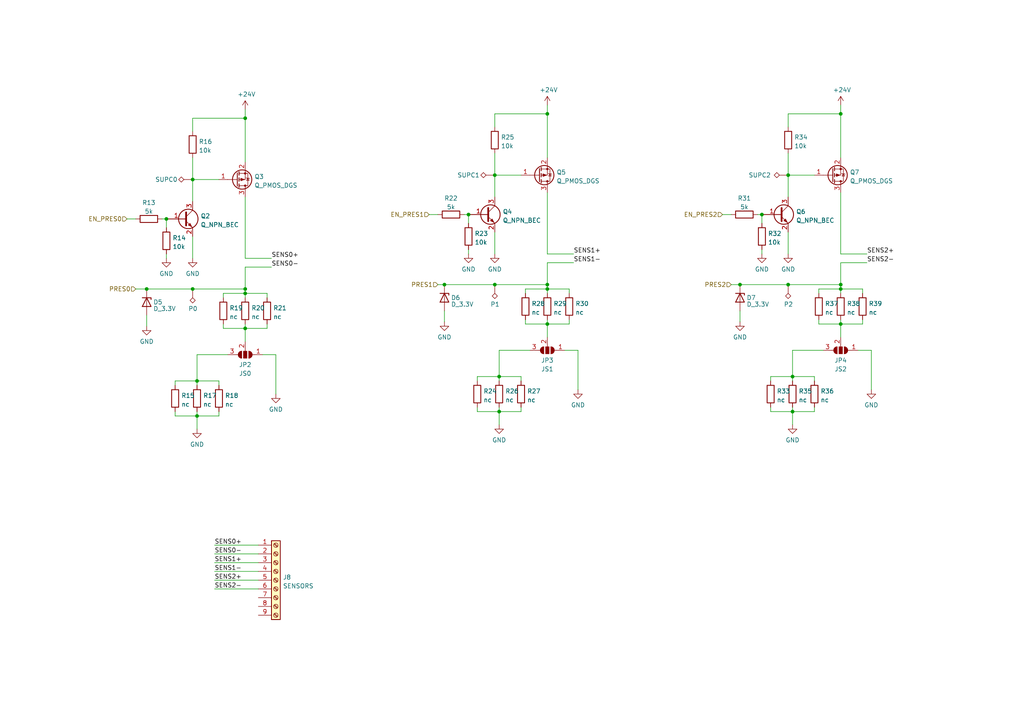
<source format=kicad_sch>
(kicad_sch (version 20211123) (generator eeschema)
  (paper "A4")
  (title_block (title "FloatPUMP Schematics") (date "2022-11-11") (rev "1.0") (company "robtor.de") (comment 1 "Controller board for up to 3 water pumps") (comment 2 "measuring capabilities with piezoresistive pressure sensors") (comment 3 "sensor input Range 4mA-20mA"))
  (lib_symbols
    (symbol "Connector:Screw_Terminal_01x09" (pin_names (offset 1.016) hide)
      (property "Reference" "J" (at 0 12.7 0))
      (property "Value" "Screw_Terminal_01x09" (at 0 -12.7 0))
      (symbol "Screw_Terminal_01x09_1_1"
        (rectangle (start -1.27 11.43) (end 1.27 -11.43) (stroke (width 0.254)) (fill (type background)))
        (circle (center 0 -10.16) (radius 0.635) (stroke (width 0.1524)))
        (circle (center 0 -7.62) (radius 0.635) (stroke (width 0.1524)))
        (circle (center 0 -5.08) (radius 0.635) (stroke (width 0.1524)))
        (circle (center 0 -2.54) (radius 0.635) (stroke (width 0.1524)))
        (polyline (pts (xy -0.5334 -9.8298) (xy 0.3302 -10.668)) (stroke (width 0.1524)))
        (polyline (pts (xy -0.5334 -7.2898) (xy 0.3302 -8.128)) (stroke (width 0.1524)))
        (polyline (pts (xy -0.5334 -4.7498) (xy 0.3302 -5.588)) (stroke (width 0.1524)))
        (polyline (pts (xy -0.5334 -2.2098) (xy 0.3302 -3.048)) (stroke (width 0.1524)))
        (polyline (pts (xy -0.5334 0.3302) (xy 0.3302 -0.508)) (stroke (width 0.1524)))
        (polyline (pts (xy -0.5334 2.8702) (xy 0.3302 2.032)) (stroke (width 0.1524)))
        (polyline (pts (xy -0.5334 5.4102) (xy 0.3302 4.572)) (stroke (width 0.1524)))
        (polyline (pts (xy -0.5334 7.9502) (xy 0.3302 7.112)) (stroke (width 0.1524)))
        (polyline (pts (xy -0.5334 10.4902) (xy 0.3302 9.652)) (stroke (width 0.1524)))
        (polyline (pts (xy -0.3556 -9.652) (xy 0.508 -10.4902)) (stroke (width 0.1524)))
        (polyline (pts (xy -0.3556 -7.112) (xy 0.508 -7.9502)) (stroke (width 0.1524)))
        (polyline (pts (xy -0.3556 -4.572) (xy 0.508 -5.4102)) (stroke (width 0.1524)))
        (polyline (pts (xy -0.3556 -2.032) (xy 0.508 -2.8702)) (stroke (width 0.1524)))
        (polyline (pts (xy -0.3556 0.508) (xy 0.508 -0.3302)) (stroke (width 0.1524)))
        (polyline (pts (xy -0.3556 3.048) (xy 0.508 2.2098)) (stroke (width 0.1524)))
        (polyline (pts (xy -0.3556 5.588) (xy 0.508 4.7498)) (stroke (width 0.1524)))
        (polyline (pts (xy -0.3556 8.128) (xy 0.508 7.2898)) (stroke (width 0.1524)))
        (polyline (pts (xy -0.3556 10.668) (xy 0.508 9.8298)) (stroke (width 0.1524)))
        (circle (center 0 0) (radius 0.635) (stroke (width 0.1524)))
        (circle (center 0 2.54) (radius 0.635) (stroke (width 0.1524)))
        (circle (center 0 5.08) (radius 0.635) (stroke (width 0.1524)))
        (circle (center 0 7.62) (radius 0.635) (stroke (width 0.1524)))
        (circle (center 0 10.16) (radius 0.635) (stroke (width 0.1524)))
        (pin passive line (at -5.08 10.16 0) (length 3.81) (name "Pin_1") (number "1"))
        (pin passive line (at -5.08 7.62 0) (length 3.81) (name "Pin_2") (number "2"))
        (pin passive line (at -5.08 5.08 0) (length 3.81) (name "Pin_3") (number "3"))
        (pin passive line (at -5.08 2.54 0) (length 3.81) (name "Pin_4") (number "4"))
        (pin passive line (at -5.08 0 0) (length 3.81) (name "Pin_5") (number "5"))
        (pin passive line (at -5.08 -2.54 0) (length 3.81) (name "Pin_6") (number "6"))
        (pin passive line (at -5.08 -5.08 0) (length 3.81) (name "Pin_7") (number "7"))
        (pin passive line (at -5.08 -7.62 0) (length 3.81) (name "Pin_8") (number "8"))
        (pin passive line (at -5.08 -10.16 0) (length 3.81) (name "Pin_9") (number "9"))
      )
    )
    (symbol "Connector:TestPoint_Alt" (pin_numbers hide) (pin_names (offset 0.762) hide)
      (property "Reference" "TP" (at 0 6.858 0))
      (property "Value" "TestPoint_Alt" (at 0 5.08 0))
      (symbol "TestPoint_Alt_0_1"
        (polyline (pts (xy 0 2.54) (xy -0.762 3.302) (xy 0 4.064) (xy 0.762 3.302) (xy 0 2.54)))
      )
      (symbol "TestPoint_Alt_1_1"
        (pin passive line (at 0 0 90) (length 2.54) (name "1") (number "1"))
      )
    )
    (symbol "D_Zener_1" (pin_numbers hide) (pin_names (offset 1.016) hide)
      (property "Reference" "D?" (at 2.032 0.8347 90))
      (property "Value" "D_Zener_1" (at 2.032 -1.7022 90))
      (symbol "D_Zener_1_0_1"
        (polyline (pts (xy 1.27 0) (xy -1.27 0)))
        (polyline (pts (xy -1.27 -1.27) (xy -1.27 1.27) (xy -0.762 1.27)) (stroke (width 0.254)))
        (polyline (pts (xy 1.27 -1.27) (xy 1.27 1.27) (xy -1.27 0) (xy 1.27 -1.27)) (stroke (width 0.254)))
      )
      (symbol "D_Zener_1_1_1"
        (pin passive line (at 3.81 0 180) (length 2.54) (name "A") (number "1"))
        (pin passive line (at -3.81 0 0) (length 2.54) (name "K") (number "3"))
      )
    )
    (symbol "Device:Q_NPN_BEC" (pin_names (offset 0) hide)
      (property "Reference" "Q" (at 5.08 1.27 0))
      (property "Value" "Q_NPN_BEC" (at 5.08 -1.27 0))
      (symbol "Q_NPN_BEC_0_1"
        (polyline (pts (xy 0.635 0.635) (xy 2.54 2.54)))
        (polyline (pts (xy 0.635 -0.635) (xy 2.54 -2.54) (xy 2.54 -2.54)))
        (polyline (pts (xy 0.635 1.905) (xy 0.635 -1.905) (xy 0.635 -1.905)) (stroke (width 0.508)))
        (polyline (pts (xy 1.27 -1.778) (xy 1.778 -1.27) (xy 2.286 -2.286) (xy 1.27 -1.778) (xy 1.27 -1.778)) (fill (type outline)))
        (circle (center 1.27 0) (radius 2.8194) (stroke (width 0.254)))
      )
      (symbol "Q_NPN_BEC_1_1"
        (pin input line (at -5.08 0 0) (length 5.715) (name "B") (number "1"))
        (pin passive line (at 2.54 -5.08 90) (length 2.54) (name "E") (number "2"))
        (pin passive line (at 2.54 5.08 270) (length 2.54) (name "C") (number "3"))
      )
    )
    (symbol "Device:Q_PMOS_GSD" (pin_names (offset 0) hide)
      (property "Reference" "Q" (at 5.08 1.27 0))
      (property "Value" "Q_PMOS_GSD" (at 5.08 -1.27 0))
      (symbol "Q_PMOS_GSD_0_1"
        (polyline (pts (xy 0.254 0) (xy -2.54 0)))
        (polyline (pts (xy 0.254 1.905) (xy 0.254 -1.905)) (stroke (width 0.254)))
        (polyline (pts (xy 0.762 -1.27) (xy 0.762 -2.286)) (stroke (width 0.254)))
        (polyline (pts (xy 0.762 0.508) (xy 0.762 -0.508)) (stroke (width 0.254)))
        (polyline (pts (xy 0.762 2.286) (xy 0.762 1.27)) (stroke (width 0.254)))
        (polyline (pts (xy 2.54 2.54) (xy 2.54 1.778)))
        (polyline (pts (xy 2.54 -2.54) (xy 2.54 0) (xy 0.762 0)))
        (polyline (pts (xy 0.762 1.778) (xy 3.302 1.778) (xy 3.302 -1.778) (xy 0.762 -1.778)))
        (polyline (pts (xy 2.286 0) (xy 1.27 0.381) (xy 1.27 -0.381) (xy 2.286 0)) (fill (type outline)))
        (polyline (pts (xy 2.794 -0.508) (xy 2.921 -0.381) (xy 3.683 -0.381) (xy 3.81 -0.254)))
        (polyline (pts (xy 3.302 -0.381) (xy 2.921 0.254) (xy 3.683 0.254) (xy 3.302 -0.381)))
        (circle (center 1.651 0) (radius 2.794) (stroke (width 0.254)))
        (circle (center 2.54 -1.778) (radius 0.254) (fill (type outline)))
        (circle (center 2.54 1.778) (radius 0.254) (fill (type outline)))
      )
      (symbol "Q_PMOS_GSD_1_1"
        (pin input line (at -5.08 0 0) (length 2.54) (name "G") (number "1"))
        (pin passive line (at 2.54 -5.08 90) (length 2.54) (name "S") (number "2"))
        (pin passive line (at 2.54 5.08 270) (length 2.54) (name "D") (number "3"))
      )
    )
    (symbol "Device:R" (pin_numbers hide) (pin_names (offset 0))
      (property "Reference" "R" (at 2.032 0 90))
      (property "Value" "R" (at 0 0 90))
      (symbol "R_0_1"
        (rectangle (start -1.016 -2.54) (end 1.016 2.54) (stroke (width 0.254)))
      )
      (symbol "R_1_1"
        (pin passive line (at 0 3.81 270) (length 1.27) (name "~") (number "1"))
        (pin passive line (at 0 -3.81 90) (length 1.27) (name "~") (number "2"))
      )
    )
    (symbol "Jumper:SolderJumper_3_Open" (pin_names (offset 0) hide)
      (property "Reference" "JP" (at -2.54 -2.54 0))
      (property "Value" "SolderJumper_3_Open" (at 0 2.794 0))
      (symbol "SolderJumper_3_Open_0_1"
        (arc (start -1.016 1.016) (mid -2.032 0) (end -1.016 -1.016))
        (arc (start -1.016 1.016) (mid -2.032 0) (end -1.016 -1.016) (fill (type outline)))
        (rectangle (start -0.508 1.016) (end 0.508 -1.016) (fill (type outline)))
        (polyline (pts (xy -2.54 0) (xy -2.032 0)))
        (polyline (pts (xy -1.016 1.016) (xy -1.016 -1.016)))
        (polyline (pts (xy 0 -1.27) (xy 0 -1.016)))
        (polyline (pts (xy 1.016 1.016) (xy 1.016 -1.016)))
        (polyline (pts (xy 2.54 0) (xy 2.032 0)))
        (arc (start 1.016 -1.016) (mid 2.032 0) (end 1.016 1.016))
        (arc (start 1.016 -1.016) (mid 2.032 0) (end 1.016 1.016) (fill (type outline)))
      )
      (symbol "SolderJumper_3_Open_1_1"
        (pin passive line (at -5.08 0 0) (length 2.54) (name "A") (number "1"))
        (pin passive line (at 0 -3.81 90) (length 2.54) (name "C") (number "2"))
        (pin passive line (at 5.08 0 180) (length 2.54) (name "B") (number "3"))
      )
    )
    (symbol "power:+24V" (power) (pin_names (offset 0))
      (property "Value" "+24V" (at 0 3.556 0))
      (symbol "+24V_0_1"
        (polyline (pts (xy -0.762 1.27) (xy 0 2.54)))
        (polyline (pts (xy 0 0) (xy 0 2.54)))
        (polyline (pts (xy 0 2.54) (xy 0.762 1.27)))
      )
      (symbol "+24V_1_1"
        (pin power_in line (at 0 0 90) (length 0) hide (name "+24V") (number "1"))
      )
    )
    (symbol "power:GND" (power) (pin_names (offset 0))
      (property "Value" "GND" (at 0 -3.81 0))
      (symbol "GND_0_1"
        (polyline (pts (xy 0 0) (xy 0 -1.27) (xy 1.27 -1.27) (xy 0 -2.54) (xy -1.27 -1.27) (xy 0 -1.27)))
      )
      (symbol "GND_1_1"
        (pin power_in line (at 0 0 270) (length 0) hide (name "GND") (number "1"))
      )
    )
  )
  (junction (at 143.51 50.8))
  (junction (at 128.905 82.55))
  (junction (at 158.75 33.02))
  (junction (at 229.87 119.38))
  (junction (at 243.84 33.02))
  (junction (at 229.87 109.22))
  (junction (at 243.84 82.55))
  (junction (at 57.15 110.49))
  (junction (at 55.88 52.07))
  (junction (at 71.12 85.09))
  (junction (at 158.75 82.55))
  (junction (at 228.6 82.55))
  (junction (at 228.6 50.8))
  (junction (at 42.545 83.82))
  (junction (at 71.12 95.25))
  (junction (at 214.63 82.55))
  (junction (at 243.84 83.82))
  (junction (at 220.98 62.23))
  (junction (at 135.89 62.23))
  (junction (at 57.15 120.65))
  (junction (at 55.88 83.82))
  (junction (at 158.75 83.82))
  (junction (at 144.78 119.38))
  (junction (at 71.12 34.29))
  (junction (at 243.84 93.98))
  (junction (at 158.75 93.98))
  (junction (at 144.78 109.22))
  (junction (at 143.51 82.55))
  (junction (at 71.12 83.82))
  (junction (at 48.26 63.5))
  (wire (pts (xy 77.47 85.09) (xy 71.12 85.09)))
  (wire (pts (xy 39.37 83.82) (xy 42.545 83.82)))
  (wire (pts (xy 80.01 102.87) (xy 80.01 114.3)))
  (wire (pts (xy 219.71 62.23) (xy 220.98 62.23)))
  (wire (pts (xy 128.905 82.55) (xy 143.51 82.55)))
  (wire (pts (xy 143.51 33.02) (xy 158.75 33.02)))
  (wire (pts (xy 62.23 170.815) (xy 74.93 170.815)))
  (wire (pts (xy 220.98 72.39) (xy 220.98 73.66)))
  (wire (pts (xy 228.6 44.45) (xy 228.6 50.8)))
  (wire (pts (xy 128.905 90.17) (xy 128.905 93.345)))
  (wire (pts (xy 237.49 85.09) (xy 237.49 83.82)))
  (wire (pts (xy 134.62 62.23) (xy 135.89 62.23)))
  (wire (pts (xy 144.78 101.6) (xy 153.67 101.6)))
  (wire (pts (xy 250.19 92.71) (xy 250.19 93.98)))
  (wire (pts (xy 158.75 82.55) (xy 158.75 83.82)))
  (wire (pts (xy 250.19 85.09) (xy 250.19 83.82)))
  (wire (pts (xy 71.12 31.75) (xy 71.12 34.29)))
  (wire (pts (xy 62.23 158.115) (xy 74.93 158.115)))
  (wire (pts (xy 243.84 83.82) (xy 243.84 85.09)))
  (wire (pts (xy 62.23 163.195) (xy 74.93 163.195)))
  (wire (pts (xy 62.23 165.735) (xy 74.93 165.735)))
  (wire (pts (xy 55.88 45.72) (xy 55.88 52.07)))
  (wire (pts (xy 71.12 83.82) (xy 71.12 85.09)))
  (wire (pts (xy 152.4 93.98) (xy 158.75 93.98)))
  (wire (pts (xy 166.37 76.2) (xy 158.75 76.2)))
  (wire (pts (xy 243.84 92.71) (xy 243.84 93.98)))
  (wire (pts (xy 64.77 85.09) (xy 71.12 85.09)))
  (wire (pts (xy 229.87 109.22) (xy 229.87 110.49)))
  (wire (pts (xy 165.1 85.09) (xy 165.1 83.82)))
  (wire (pts (xy 62.23 168.275) (xy 74.93 168.275)))
  (wire (pts (xy 77.47 86.36) (xy 77.47 85.09)))
  (wire (pts (xy 228.6 67.31) (xy 228.6 73.66)))
  (wire (pts (xy 229.87 118.11) (xy 229.87 119.38)))
  (wire (pts (xy 158.75 76.2) (xy 158.75 82.55)))
  (wire (pts (xy 223.52 119.38) (xy 229.87 119.38)))
  (wire (pts (xy 151.13 110.49) (xy 151.13 109.22)))
  (wire (pts (xy 57.15 110.49) (xy 57.15 111.76)))
  (wire (pts (xy 50.8 111.76) (xy 50.8 110.49)))
  (wire (pts (xy 248.92 101.6) (xy 252.73 101.6)))
  (wire (pts (xy 71.12 57.15) (xy 71.12 74.93)))
  (wire (pts (xy 124.46 62.23) (xy 127 62.23)))
  (wire (pts (xy 252.73 101.6) (xy 252.73 113.03)))
  (wire (pts (xy 50.8 119.38) (xy 50.8 120.65)))
  (wire (pts (xy 144.78 119.38) (xy 151.13 119.38)))
  (wire (pts (xy 152.4 92.71) (xy 152.4 93.98)))
  (wire (pts (xy 50.8 120.65) (xy 57.15 120.65)))
  (wire (pts (xy 48.26 63.5) (xy 48.26 66.04)))
  (wire (pts (xy 76.2 102.87) (xy 80.01 102.87)))
  (wire (pts (xy 57.15 102.87) (xy 66.04 102.87)))
  (wire (pts (xy 144.78 119.38) (xy 144.78 123.19)))
  (wire (pts (xy 158.75 93.98) (xy 158.75 97.79)))
  (wire (pts (xy 138.43 110.49) (xy 138.43 109.22)))
  (wire (pts (xy 152.4 83.82) (xy 158.75 83.82)))
  (wire (pts (xy 158.75 55.88) (xy 158.75 73.66)))
  (wire (pts (xy 151.13 118.11) (xy 151.13 119.38)))
  (wire (pts (xy 228.6 36.83) (xy 228.6 33.02)))
  (wire (pts (xy 158.75 30.48) (xy 158.75 33.02)))
  (wire (pts (xy 228.6 50.8) (xy 236.22 50.8)))
  (wire (pts (xy 138.43 119.38) (xy 144.78 119.38)))
  (wire (pts (xy 143.51 36.83) (xy 143.51 33.02)))
  (wire (pts (xy 64.77 95.25) (xy 71.12 95.25)))
  (wire (pts (xy 220.98 62.23) (xy 220.98 64.77)))
  (wire (pts (xy 78.74 77.47) (xy 71.12 77.47)))
  (wire (pts (xy 229.87 101.6) (xy 229.87 109.22)))
  (wire (pts (xy 135.89 72.39) (xy 135.89 73.66)))
  (wire (pts (xy 158.75 83.82) (xy 158.75 85.09)))
  (wire (pts (xy 236.22 110.49) (xy 236.22 109.22)))
  (wire (pts (xy 78.74 74.93) (xy 71.12 74.93)))
  (wire (pts (xy 55.88 38.1) (xy 55.88 34.29)))
  (wire (pts (xy 229.87 119.38) (xy 236.22 119.38)))
  (wire (pts (xy 71.12 95.25) (xy 77.47 95.25)))
  (wire (pts (xy 243.84 93.98) (xy 243.84 97.79)))
  (wire (pts (xy 228.6 82.55) (xy 243.84 82.55)))
  (wire (pts (xy 55.88 52.07) (xy 63.5 52.07)))
  (wire (pts (xy 36.83 63.5) (xy 39.37 63.5)))
  (wire (pts (xy 223.52 109.22) (xy 229.87 109.22)))
  (wire (pts (xy 251.46 73.66) (xy 243.84 73.66)))
  (wire (pts (xy 243.84 82.55) (xy 243.84 83.82)))
  (wire (pts (xy 212.09 82.55) (xy 214.63 82.55)))
  (wire (pts (xy 55.88 68.58) (xy 55.88 74.93)))
  (wire (pts (xy 243.84 93.98) (xy 250.19 93.98)))
  (wire (pts (xy 138.43 109.22) (xy 144.78 109.22)))
  (wire (pts (xy 143.51 50.8) (xy 143.51 57.15)))
  (wire (pts (xy 163.83 101.6) (xy 167.64 101.6)))
  (wire (pts (xy 236.22 109.22) (xy 229.87 109.22)))
  (wire (pts (xy 55.88 34.29) (xy 71.12 34.29)))
  (wire (pts (xy 138.43 118.11) (xy 138.43 119.38)))
  (wire (pts (xy 143.51 44.45) (xy 143.51 50.8)))
  (wire (pts (xy 127 82.55) (xy 128.905 82.55)))
  (wire (pts (xy 64.77 86.36) (xy 64.77 85.09)))
  (wire (pts (xy 251.46 76.2) (xy 243.84 76.2)))
  (wire (pts (xy 50.8 110.49) (xy 57.15 110.49)))
  (wire (pts (xy 158.75 93.98) (xy 165.1 93.98)))
  (wire (pts (xy 237.49 83.82) (xy 243.84 83.82)))
  (wire (pts (xy 209.55 62.23) (xy 212.09 62.23)))
  (wire (pts (xy 71.12 34.29) (xy 71.12 46.99)))
  (wire (pts (xy 237.49 92.71) (xy 237.49 93.98)))
  (wire (pts (xy 250.19 83.82) (xy 243.84 83.82)))
  (wire (pts (xy 135.89 64.77) (xy 135.89 62.23)))
  (wire (pts (xy 57.15 102.87) (xy 57.15 110.49)))
  (wire (pts (xy 228.6 50.8) (xy 228.6 57.15)))
  (wire (pts (xy 165.1 92.71) (xy 165.1 93.98)))
  (wire (pts (xy 144.78 118.11) (xy 144.78 119.38)))
  (wire (pts (xy 143.51 67.31) (xy 143.51 73.66)))
  (wire (pts (xy 55.88 52.07) (xy 55.88 58.42)))
  (wire (pts (xy 57.15 120.65) (xy 63.5 120.65)))
  (wire (pts (xy 77.47 93.98) (xy 77.47 95.25)))
  (wire (pts (xy 57.15 119.38) (xy 57.15 120.65)))
  (wire (pts (xy 57.15 120.65) (xy 57.15 124.46)))
  (wire (pts (xy 64.77 93.98) (xy 64.77 95.25)))
  (wire (pts (xy 42.545 91.44) (xy 42.545 94.615)))
  (wire (pts (xy 236.22 118.11) (xy 236.22 119.38)))
  (wire (pts (xy 158.75 33.02) (xy 158.75 45.72)))
  (wire (pts (xy 152.4 85.09) (xy 152.4 83.82)))
  (wire (pts (xy 63.5 111.76) (xy 63.5 110.49)))
  (wire (pts (xy 229.87 101.6) (xy 238.76 101.6)))
  (wire (pts (xy 243.84 33.02) (xy 243.84 45.72)))
  (wire (pts (xy 48.26 73.66) (xy 48.26 74.93)))
  (wire (pts (xy 143.51 82.55) (xy 158.75 82.55)))
  (wire (pts (xy 42.545 83.82) (xy 55.88 83.82)))
  (wire (pts (xy 166.37 73.66) (xy 158.75 73.66)))
  (wire (pts (xy 71.12 95.25) (xy 71.12 99.06)))
  (wire (pts (xy 237.49 93.98) (xy 243.84 93.98)))
  (wire (pts (xy 165.1 83.82) (xy 158.75 83.82)))
  (wire (pts (xy 63.5 119.38) (xy 63.5 120.65)))
  (wire (pts (xy 143.51 50.8) (xy 151.13 50.8)))
  (wire (pts (xy 223.52 110.49) (xy 223.52 109.22)))
  (wire (pts (xy 144.78 101.6) (xy 144.78 109.22)))
  (wire (pts (xy 214.63 82.55) (xy 228.6 82.55)))
  (wire (pts (xy 158.75 92.71) (xy 158.75 93.98)))
  (wire (pts (xy 243.84 76.2) (xy 243.84 82.55)))
  (wire (pts (xy 228.6 33.02) (xy 243.84 33.02)))
  (wire (pts (xy 71.12 85.09) (xy 71.12 86.36)))
  (wire (pts (xy 229.87 119.38) (xy 229.87 123.19)))
  (wire (pts (xy 167.64 101.6) (xy 167.64 113.03)))
  (wire (pts (xy 62.23 160.655) (xy 74.93 160.655)))
  (wire (pts (xy 71.12 77.47) (xy 71.12 83.82)))
  (wire (pts (xy 151.13 109.22) (xy 144.78 109.22)))
  (wire (pts (xy 55.88 83.82) (xy 71.12 83.82)))
  (wire (pts (xy 243.84 30.48) (xy 243.84 33.02)))
  (wire (pts (xy 71.12 93.98) (xy 71.12 95.25)))
  (wire (pts (xy 243.84 55.88) (xy 243.84 73.66)))
  (wire (pts (xy 46.99 63.5) (xy 48.26 63.5)))
  (wire (pts (xy 223.52 118.11) (xy 223.52 119.38)))
  (wire (pts (xy 144.78 109.22) (xy 144.78 110.49)))
  (wire (pts (xy 214.63 90.17) (xy 214.63 93.345)))
  (wire (pts (xy 63.5 110.49) (xy 57.15 110.49)))
  (label "SENS0+" (at 78.74 74.93 0))
  (label "SENS1-" (at 166.37 76.2 0))
  (label "SENS0-" (at 78.74 77.47 0))
  (label "SENS1+" (at 166.37 73.66 0))
  (label "SENS1-" (at 62.23 165.735 0))
  (label "SENS1+" (at 62.23 163.195 0))
  (label "SENS2+" (at 251.46 73.66 0))
  (label "SENS2-" (at 251.46 76.2 0))
  (label "SENS0-" (at 62.23 160.655 0))
  (label "SENS2-" (at 62.23 170.815 0))
  (label "SENS2+" (at 62.23 168.275 0))
  (label "SENS0+" (at 62.23 158.115 0))
  (hierarchical_label "EN_PRES1" (shape input) (at 124.46 62.23 180))
  (hierarchical_label "PRES2" (shape input) (at 212.09 82.55 180))
  (hierarchical_label "PRES0" (shape input) (at 39.37 83.82 180))
  (hierarchical_label "EN_PRES2" (shape input) (at 209.55 62.23 180))
  (hierarchical_label "EN_PRES0" (shape input) (at 36.83 63.5 180))
  (hierarchical_label "PRES1" (shape input) (at 127 82.55 180))
  (symbol (lib_id "power:+24V") (at 71.12 31.75 0) (unit 1)
    (property "Reference" "#PWR044" (effects hide))
    (property "Value" "+24V" (at 71.501 27.3558 0))
  )
  (symbol (lib_id "power:+24V") (at 158.75 30.48 0) (unit 1)
    (property "Reference" "#PWR050" (effects hide))
    (property "Value" "+24V" (at 159.131 26.0858 0))
  )
  (symbol (lib_id "power:GND") (at 214.63 93.345 0) (unit 1)
    (property "Reference" "#PWR052" (effects hide))
    (property "Value" "GND" (at 214.63 97.7884 0))
  )
  (symbol (lib_id "Device:R") (at 165.1 88.9 0) (unit 1)
    (property "Reference" "R30" (at 166.878 88.0653 0) (effects (justify left)))
    (property "Value" "nc" (at 166.878 90.6022 0) (effects (justify left)))
    (property "Footprint" "Resistor_THT:R_Axial_DIN0204_L3.6mm_D1.6mm_P7.62mm_Horizontal" (effects hide))
  )
  (symbol (lib_id "Device:R") (at 57.15 115.57 0) (unit 1)
    (property "Reference" "R17" (at 58.928 114.7353 0) (effects (justify left)))
    (property "Value" "nc" (at 58.928 117.2722 0) (effects (justify left)))
    (property "Footprint" "Resistor_THT:R_Axial_DIN0204_L3.6mm_D1.6mm_P7.62mm_Horizontal" (effects hide))
  )
  (symbol (lib_id "Connector:Screw_Terminal_01x09") (at 80.01 168.275 0) (unit 1)
    (property "Reference" "J8" (at 82.042 167.4403 0) (effects (justify left)))
    (property "Value" "SENSORS" (at 82.042 169.9772 0) (effects (justify left)))
    (property "Footprint" "TerminalBlock_Phoenix:TerminalBlock_Phoenix_MKDS-3-9-5.08_1x09_P5.08mm_Horizontal" (effects hide))
  )
  (symbol (lib_id "Device:R") (at 151.13 114.3 0) (unit 1)
    (property "Reference" "R27" (at 152.908 113.4653 0) (effects (justify left)))
    (property "Value" "nc" (at 152.908 116.0022 0) (effects (justify left)))
    (property "Footprint" "Resistor_THT:R_Axial_DIN0204_L3.6mm_D1.6mm_P7.62mm_Horizontal" (effects hide))
  )
  (symbol (lib_id "Device:R") (at 223.52 114.3 0) (unit 1)
    (property "Reference" "R33" (at 225.298 113.4653 0) (effects (justify left)))
    (property "Value" "nc" (at 225.298 116.0022 0) (effects (justify left)))
    (property "Footprint" "Resistor_THT:R_Axial_DIN0204_L3.6mm_D1.6mm_P7.62mm_Horizontal" (effects hide))
  )
  (symbol (lib_id "Device:R") (at 77.47 90.17 0) (unit 1)
    (property "Reference" "R21" (at 79.248 89.3353 0) (effects (justify left)))
    (property "Value" "nc" (at 79.248 91.8722 0) (effects (justify left)))
    (property "Footprint" "Resistor_THT:R_Axial_DIN0204_L3.6mm_D1.6mm_P7.62mm_Horizontal" (effects hide))
  )
  (symbol (lib_id "Device:R") (at 250.19 88.9 0) (unit 1)
    (property "Reference" "R39" (at 251.968 88.0653 0) (effects (justify left)))
    (property "Value" "nc" (at 251.968 90.6022 0) (effects (justify left)))
    (property "Footprint" "Resistor_THT:R_Axial_DIN0204_L3.6mm_D1.6mm_P7.62mm_Horizontal" (effects hide))
  )
  (symbol (lib_id "Device:R") (at 229.87 114.3 0) (unit 1)
    (property "Reference" "R35" (at 231.648 113.4653 0) (effects (justify left)))
    (property "Value" "nc" (at 231.648 116.0022 0) (effects (justify left)))
    (property "Footprint" "Resistor_THT:R_Axial_DIN0204_L3.6mm_D1.6mm_P7.62mm_Horizontal" (effects hide))
  )
  (symbol (lib_id "Device:R") (at 152.4 88.9 0) (unit 1)
    (property "Reference" "R28" (at 154.178 88.0653 0) (effects (justify left)))
    (property "Value" "nc" (at 154.178 90.6022 0) (effects (justify left)))
    (property "Footprint" "Resistor_THT:R_Axial_DIN0204_L3.6mm_D1.6mm_P7.62mm_Horizontal" (effects hide))
  )
  (symbol (lib_id "power:+24V") (at 243.84 30.48 0) (unit 1)
    (property "Reference" "#PWR056" (effects hide))
    (property "Value" "+24V" (at 244.221 26.0858 0))
  )
  (symbol (lib_id "Device:Q_PMOS_GSD") (at 156.21 50.8 0) (mirror x) (unit 1)
    (property "Reference" "Q5" (at 161.417 49.9653 0) (effects (justify left)))
    (property "Value" "Q_PMOS_DGS" (at 161.417 52.5022 0) (effects (justify left)))
    (property "Footprint" "Package_TO_SOT_SMD:SOT-23" (effects hide))
    (property "Datasheet" "https://datasheet.lcsc.com/lcsc/1809291614_Jiangsu-Changjing-Electronics-Technology-Co---Ltd--BSS84_C114481.pdf" (effects hide))
    (property "JLCPCB" " C114481" (effects hide))
  )
  (symbol (lib_id "power:GND") (at 228.6 73.66 0) (unit 1)
    (property "Reference" "#PWR054" (effects hide))
    (property "Value" "GND" (at 228.6 78.1034 0))
  )
  (symbol (lib_id "Device:R") (at 144.78 114.3 0) (unit 1)
    (property "Reference" "R26" (at 146.558 113.4653 0) (effects (justify left)))
    (property "Value" "nc" (at 146.558 116.0022 0) (effects (justify left)))
    (property "Footprint" "Resistor_THT:R_Axial_DIN0204_L3.6mm_D1.6mm_P7.62mm_Horizontal" (effects hide))
  )
  (symbol (lib_id "Device:R") (at 236.22 114.3 0) (unit 1)
    (property "Reference" "R36" (at 237.998 113.4653 0) (effects (justify left)))
    (property "Value" "nc" (at 237.998 116.0022 0) (effects (justify left)))
    (property "Footprint" "Resistor_THT:R_Axial_DIN0204_L3.6mm_D1.6mm_P7.62mm_Horizontal" (effects hide))
  )
  (symbol (lib_id "Device:R") (at 237.49 88.9 0) (unit 1)
    (property "Reference" "R37" (at 239.268 88.0653 0) (effects (justify left)))
    (property "Value" "nc" (at 239.268 90.6022 0) (effects (justify left)))
    (property "Footprint" "Resistor_THT:R_Axial_DIN0204_L3.6mm_D1.6mm_P7.62mm_Horizontal" (effects hide))
  )
  (symbol (lib_id "Device:Q_PMOS_GSD") (at 68.58 52.07 0) (mirror x) (unit 1)
    (property "Reference" "Q3" (at 73.787 51.2353 0) (effects (justify left)))
    (property "Value" "Q_PMOS_DGS" (at 73.787 53.7722 0) (effects (justify left)))
    (property "Footprint" "Package_TO_SOT_SMD:SOT-23" (effects hide))
    (property "Datasheet" "https://datasheet.lcsc.com/lcsc/1809291614_Jiangsu-Changjing-Electronics-Technology-Co---Ltd--BSS84_C114481.pdf" (effects hide))
    (property "JLCPCB" " C114481" (effects hide))
  )
  (symbol (lib_id "power:GND") (at 167.64 113.03 0) (unit 1)
    (property "Reference" "#PWR051" (effects hide))
    (property "Value" "GND" (at 167.64 117.4734 0))
  )
  (symbol (lib_id "Connector:TestPoint_Alt") (at 55.88 83.82 180) (unit 1)
    (property "Reference" "TP11" (effects hide))
    (property "Value" "P0" (at 54.61 89.535 0) (effects (justify right)))
    (property "Footprint" "TestPoint:TestPoint_Pad_D1.0mm" (effects hide))
  )
  (symbol (lib_id "Connector:TestPoint_Alt") (at 228.6 82.55 180) (unit 1)
    (property "Reference" "TP15" (effects hide))
    (property "Value" "P2" (at 227.33 88.265 0) (effects (justify right)))
    (property "Footprint" "TestPoint:TestPoint_Pad_D1.0mm" (effects hide))
  )
  (symbol (lib_id "Device:R") (at 215.9 62.23 90) (unit 1)
    (property "Reference" "R31" (at 215.9 57.5142 90))
    (property "Value" "5k" (at 215.9 60.0511 90))
    (property "Footprint" "Resistor_SMD:R_0402_1005Metric" (effects hide))
    (property "JLCPCB" "C332873" (effects hide))
  )
  (symbol (lib_id "Device:R") (at 55.88 41.91 0) (unit 1)
    (property "Reference" "R16" (at 57.658 41.0753 0) (effects (justify left)))
    (property "Value" "10k" (at 57.658 43.6122 0) (effects (justify left)))
    (property "Footprint" "Resistor_SMD:R_0603_1608Metric" (effects hide))
    (property "JLCPCB" "C238881" (effects hide))
  )
  (symbol (lib_id "power:GND") (at 229.87 123.19 0) (unit 1)
    (property "Reference" "#PWR055" (effects hide))
    (property "Value" "GND" (at 229.87 127.6334 0))
  )
  (symbol (lib_id "power:GND") (at 252.73 113.03 0) (unit 1)
    (property "Reference" "#PWR057" (effects hide))
    (property "Value" "GND" (at 252.73 117.4734 0))
  )
  (symbol (lib_id "Connector:TestPoint_Alt") (at 143.51 50.8 90) (unit 1)
    (property "Reference" "TP12" (effects hide))
    (property "Value" "SUPC1" (at 135.89 50.8 90))
    (property "Footprint" "TestPoint:TestPoint_Pad_D1.0mm" (effects hide))
  )
  (symbol (lib_id "Device:R") (at 63.5 115.57 0) (unit 1)
    (property "Reference" "R18" (at 65.278 114.7353 0) (effects (justify left)))
    (property "Value" "nc" (at 65.278 117.2722 0) (effects (justify left)))
    (property "Footprint" "Resistor_THT:R_Axial_DIN0204_L3.6mm_D1.6mm_P7.62mm_Horizontal" (effects hide))
  )
  (symbol (lib_name "D_Zener_1") (lib_id "Device:D_Zener") (at 214.63 86.36 270) (unit 1)
    (property "Reference" "D7" (at 216.535 86.36 90) (effects (justify left)))
    (property "Value" "D_3.3V" (at 216.535 88.265 90) (effects (justify left)))
    (property "Footprint" "Package_TO_SOT_SMD:SOT-23" (effects hide))
    (property "Datasheet" "https://datasheet.lcsc.com/lcsc/1809191825_LRC-LBZX84C3V3LT1G_C12745.pdf" (effects hide))
  )
  (symbol (lib_id "power:GND") (at 48.26 74.93 0) (unit 1)
    (property "Reference" "#PWR041" (effects hide))
    (property "Value" "GND" (at 48.26 79.3734 0))
  )
  (symbol (lib_id "Device:Q_NPN_BEC") (at 140.97 62.23 0) (unit 1)
    (property "Reference" "Q4" (at 145.8214 61.3953 0) (effects (justify left)))
    (property "Value" "Q_NPN_BEC" (at 145.8214 63.9322 0) (effects (justify left)))
    (property "Footprint" "Package_TO_SOT_SMD:SOT-23" (effects hide))
    (property "Datasheet" "https://datasheet.lcsc.com/lcsc/1912111437_Diodes-Incorporated-FMMT491TA_C141788.pdf" (effects hide))
    (property "JLCPCB" "C141788" (effects hide))
  )
  (symbol (lib_id "power:GND") (at 135.89 73.66 0) (unit 1)
    (property "Reference" "#PWR047" (effects hide))
    (property "Value" "GND" (at 135.89 78.1034 0))
  )
  (symbol (lib_id "Device:Q_NPN_BEC") (at 53.34 63.5 0) (unit 1)
    (property "Reference" "Q2" (at 58.1914 62.6653 0) (effects (justify left)))
    (property "Value" "Q_NPN_BEC" (at 58.1914 65.2022 0) (effects (justify left)))
    (property "Footprint" "Package_TO_SOT_SMD:SOT-23" (effects hide))
    (property "Datasheet" "https://datasheet.lcsc.com/lcsc/1912111437_Diodes-Incorporated-FMMT491TA_C141788.pdf" (effects hide))
    (property "JLCPCB" "C141788" (effects hide))
  )
  (symbol (lib_id "Device:R") (at 50.8 115.57 0) (unit 1)
    (property "Reference" "R15" (at 52.578 114.7353 0) (effects (justify left)))
    (property "Value" "nc" (at 52.578 117.2722 0) (effects (justify left)))
    (property "Footprint" "Resistor_THT:R_Axial_DIN0204_L3.6mm_D1.6mm_P7.62mm_Horizontal" (effects hide))
  )
  (symbol (lib_id "Connector:TestPoint_Alt") (at 143.51 82.55 180) (unit 1)
    (property "Reference" "TP13" (effects hide))
    (property "Value" "P1" (at 142.24 88.265 0) (effects (justify right)))
    (property "Footprint" "TestPoint:TestPoint_Pad_D1.0mm" (effects hide))
  )
  (symbol (lib_id "Jumper:SolderJumper_3_Open") (at 71.12 102.87 180) (unit 1)
    (property "Reference" "JP2" (at 71.12 105.7894 0))
    (property "Value" "JS0" (at 71.12 108.3263 0))
    (property "Footprint" "Jumper:SolderJumper-3_P1.3mm_Open_RoundedPad1.0x1.5mm_NumberLabels" (effects hide))
  )
  (symbol (lib_id "Connector:TestPoint_Alt") (at 55.88 52.07 90) (unit 1)
    (property "Reference" "TP10" (effects hide))
    (property "Value" "SUPC0" (at 48.26 52.07 90))
    (property "Footprint" "TestPoint:TestPoint_Pad_D1.0mm" (effects hide))
  )
  (symbol (lib_id "power:GND") (at 80.01 114.3 0) (unit 1)
    (property "Reference" "#PWR045" (effects hide))
    (property "Value" "GND" (at 80.01 118.7434 0))
  )
  (symbol (lib_id "power:GND") (at 143.51 73.66 0) (unit 1)
    (property "Reference" "#PWR048" (effects hide))
    (property "Value" "GND" (at 143.51 78.1034 0))
  )
  (symbol (lib_id "Device:R") (at 220.98 68.58 0) (unit 1)
    (property "Reference" "R32" (at 222.758 67.7453 0) (effects (justify left)))
    (property "Value" "10k" (at 222.758 70.2822 0) (effects (justify left)))
    (property "Footprint" "Resistor_SMD:R_0603_1608Metric" (effects hide))
    (property "JLCPCB" "C238881" (effects hide))
  )
  (symbol (lib_id "Device:R") (at 135.89 68.58 0) (unit 1)
    (property "Reference" "R23" (at 137.668 67.7453 0) (effects (justify left)))
    (property "Value" "10k" (at 137.668 70.2822 0) (effects (justify left)))
    (property "Footprint" "Resistor_SMD:R_0603_1608Metric" (effects hide))
    (property "JLCPCB" "C238881" (effects hide))
  )
  (symbol (lib_id "Device:R") (at 158.75 88.9 0) (unit 1)
    (property "Reference" "R29" (at 160.528 88.0653 0) (effects (justify left)))
    (property "Value" "nc" (at 160.528 90.6022 0) (effects (justify left)))
    (property "Footprint" "Resistor_THT:R_Axial_DIN0204_L3.6mm_D1.6mm_P7.62mm_Horizontal" (effects hide))
  )
  (symbol (lib_name "D_Zener_1") (lib_id "Device:D_Zener") (at 128.905 86.36 270) (unit 1)
    (property "Reference" "D6" (at 130.81 86.36 90) (effects (justify left)))
    (property "Value" "D_3.3V" (at 130.81 88.265 90) (effects (justify left)))
    (property "Footprint" "Package_TO_SOT_SMD:SOT-23" (effects hide))
    (property "Datasheet" "https://datasheet.lcsc.com/lcsc/1809191825_LRC-LBZX84C3V3LT1G_C12745.pdf" (effects hide))
  )
  (symbol (lib_id "Device:R") (at 138.43 114.3 0) (unit 1)
    (property "Reference" "R24" (at 140.208 113.4653 0) (effects (justify left)))
    (property "Value" "nc" (at 140.208 116.0022 0) (effects (justify left)))
    (property "Footprint" "Resistor_THT:R_Axial_DIN0204_L3.6mm_D1.6mm_P7.62mm_Horizontal" (effects hide))
  )
  (symbol (lib_id "Device:R") (at 48.26 69.85 0) (unit 1)
    (property "Reference" "R14" (at 50.038 69.0153 0) (effects (justify left)))
    (property "Value" "10k" (at 50.038 71.5522 0) (effects (justify left)))
    (property "Footprint" "Resistor_SMD:R_0603_1608Metric" (effects hide))
    (property "JLCPCB" "C238881" (effects hide))
  )
  (symbol (lib_id "power:GND") (at 57.15 124.46 0) (unit 1)
    (property "Reference" "#PWR043" (effects hide))
    (property "Value" "GND" (at 57.15 128.9034 0))
  )
  (symbol (lib_id "Device:R") (at 243.84 88.9 0) (unit 1)
    (property "Reference" "R38" (at 245.618 88.0653 0) (effects (justify left)))
    (property "Value" "nc" (at 245.618 90.6022 0) (effects (justify left)))
    (property "Footprint" "Resistor_THT:R_Axial_DIN0204_L3.6mm_D1.6mm_P7.62mm_Horizontal" (effects hide))
  )
  (symbol (lib_id "Device:Q_NPN_BEC") (at 226.06 62.23 0) (unit 1)
    (property "Reference" "Q6" (at 230.9114 61.3953 0) (effects (justify left)))
    (property "Value" "Q_NPN_BEC" (at 230.9114 63.9322 0) (effects (justify left)))
    (property "Footprint" "Package_TO_SOT_SMD:SOT-23" (effects hide))
    (property "Datasheet" "https://datasheet.lcsc.com/lcsc/1912111437_Diodes-Incorporated-FMMT491TA_C141788.pdf" (effects hide))
    (property "JLCPCB" "C141788" (effects hide))
  )
  (symbol (lib_id "Jumper:SolderJumper_3_Open") (at 243.84 101.6 180) (unit 1)
    (property "Reference" "JP4" (at 243.84 104.5194 0))
    (property "Value" "JS2" (at 243.84 107.0563 0))
    (property "Footprint" "Jumper:SolderJumper-3_P1.3mm_Open_RoundedPad1.0x1.5mm_NumberLabels" (effects hide))
  )
  (symbol (lib_id "Device:R") (at 71.12 90.17 0) (unit 1)
    (property "Reference" "R20" (at 72.898 89.3353 0) (effects (justify left)))
    (property "Value" "nc" (at 72.898 91.8722 0) (effects (justify left)))
    (property "Footprint" "Resistor_THT:R_Axial_DIN0204_L3.6mm_D1.6mm_P7.62mm_Horizontal" (effects hide))
  )
  (symbol (lib_id "Device:R") (at 130.81 62.23 90) (unit 1)
    (property "Reference" "R22" (at 130.81 57.5142 90))
    (property "Value" "5k" (at 130.81 60.0511 90))
    (property "Footprint" "Resistor_SMD:R_0402_1005Metric" (effects hide))
    (property "JLCPCB" "C332873" (effects hide))
  )
  (symbol (lib_id "Device:Q_PMOS_GSD") (at 241.3 50.8 0) (mirror x) (unit 1)
    (property "Reference" "Q7" (at 246.507 49.9653 0) (effects (justify left)))
    (property "Value" "Q_PMOS_DGS" (at 246.507 52.5022 0) (effects (justify left)))
    (property "Footprint" "Package_TO_SOT_SMD:SOT-23" (effects hide))
    (property "Datasheet" "https://datasheet.lcsc.com/lcsc/1809291614_Jiangsu-Changjing-Electronics-Technology-Co---Ltd--BSS84_C114481.pdf" (effects hide))
    (property "JLCPCB" " C114481" (effects hide))
  )
  (symbol (lib_id "power:GND") (at 144.78 123.19 0) (unit 1)
    (property "Reference" "#PWR049" (effects hide))
    (property "Value" "GND" (at 144.78 127.6334 0))
  )
  (symbol (lib_id "Jumper:SolderJumper_3_Open") (at 158.75 101.6 180) (unit 1)
    (property "Reference" "JP3" (at 158.75 104.5194 0))
    (property "Value" "JS1" (at 158.75 107.0563 0))
    (property "Footprint" "Jumper:SolderJumper-3_P1.3mm_Open_RoundedPad1.0x1.5mm_NumberLabels" (effects hide))
  )
  (symbol (lib_id "power:GND") (at 220.98 73.66 0) (unit 1)
    (property "Reference" "#PWR053" (effects hide))
    (property "Value" "GND" (at 220.98 78.1034 0))
  )
  (symbol (lib_id "power:GND") (at 42.545 94.615 0) (unit 1)
    (property "Reference" "#PWR040" (effects hide))
    (property "Value" "GND" (at 42.545 99.0584 0))
  )
  (symbol (lib_id "Connector:TestPoint_Alt") (at 228.6 50.8 90) (unit 1)
    (property "Reference" "TP14" (effects hide))
    (property "Value" "SUPC2" (at 220.345 50.8 90))
    (property "Footprint" "TestPoint:TestPoint_Pad_D1.0mm" (effects hide))
  )
  (symbol (lib_id "Device:R") (at 228.6 40.64 0) (unit 1)
    (property "Reference" "R34" (at 230.378 39.8053 0) (effects (justify left)))
    (property "Value" "10k" (at 230.378 42.3422 0) (effects (justify left)))
    (property "Footprint" "Resistor_SMD:R_0603_1608Metric" (effects hide))
    (property "JLCPCB" "C238881" (effects hide))
  )
  (symbol (lib_id "power:GND") (at 55.88 74.93 0) (unit 1)
    (property "Reference" "#PWR042" (effects hide))
    (property "Value" "GND" (at 55.88 79.3734 0))
  )
  (symbol (lib_name "D_Zener_1") (lib_id "Device:D_Zener") (at 42.545 87.63 270) (unit 1)
    (property "Reference" "D5" (at 44.45 87.63 90) (effects (justify left)))
    (property "Value" "D_3.3V" (at 44.45 89.535 90) (effects (justify left)))
    (property "Footprint" "Package_TO_SOT_SMD:SOT-23" (effects hide))
    (property "Datasheet" "https://datasheet.lcsc.com/lcsc/1809191825_LRC-LBZX84C3V3LT1G_C12745.pdf" (effects hide))
  )
  (symbol (lib_id "Device:R") (at 64.77 90.17 0) (unit 1)
    (property "Reference" "R19" (at 66.548 89.3353 0) (effects (justify left)))
    (property "Value" "nc" (at 66.548 91.8722 0) (effects (justify left)))
    (property "Footprint" "Resistor_THT:R_Axial_DIN0204_L3.6mm_D1.6mm_P7.62mm_Horizontal" (effects hide))
  )
  (symbol (lib_id "power:GND") (at 128.905 93.345 0) (unit 1)
    (property "Reference" "#PWR046" (effects hide))
    (property "Value" "GND" (at 128.905 97.7884 0))
  )
  (symbol (lib_id "Device:R") (at 43.18 63.5 90) (unit 1)
    (property "Reference" "R13" (at 43.18 58.7842 90))
    (property "Value" "5k" (at 43.18 61.3211 90))
    (property "Footprint" "Resistor_SMD:R_0402_1005Metric" (effects hide))
    (property "JLCPCB" "C332873" (effects hide))
  )
  (symbol (lib_id "Device:R") (at 143.51 40.64 0) (unit 1)
    (property "Reference" "R25" (at 145.288 39.8053 0) (effects (justify left)))
    (property "Value" "10k" (at 145.288 42.3422 0) (effects (justify left)))
    (property "Footprint" "Resistor_SMD:R_0603_1608Metric" (effects hide))
    (property "JLCPCB" "C238881" (effects hide))
  )
)
</source>
